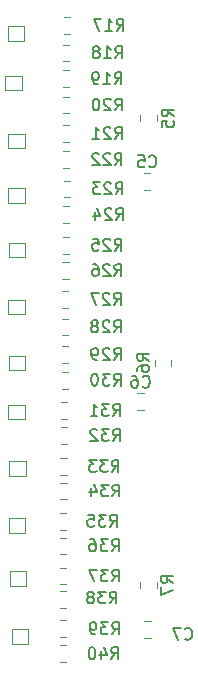
<source format=gbr>
G04 #@! TF.GenerationSoftware,KiCad,Pcbnew,(5.1.5)-3*
G04 #@! TF.CreationDate,2020-12-11T17:42:00+02:00*
G04 #@! TF.ProjectId,Led_matrica,4c65645f-6d61-4747-9269-63612e6b6963,rev?*
G04 #@! TF.SameCoordinates,Original*
G04 #@! TF.FileFunction,Legend,Bot*
G04 #@! TF.FilePolarity,Positive*
%FSLAX46Y46*%
G04 Gerber Fmt 4.6, Leading zero omitted, Abs format (unit mm)*
G04 Created by KiCad (PCBNEW (5.1.5)-3) date 2020-12-11 17:42:00*
%MOMM*%
%LPD*%
G04 APERTURE LIST*
%ADD10C,0.120000*%
%ADD11C,0.080000*%
%ADD12C,0.150000*%
G04 APERTURE END LIST*
D10*
X244158578Y-66010000D02*
X243641422Y-66010000D01*
X244158578Y-64590000D02*
X243641422Y-64590000D01*
X243890000Y-41558578D02*
X243890000Y-41041422D01*
X245310000Y-41558578D02*
X245310000Y-41041422D01*
X245090000Y-61741422D02*
X245090000Y-62258578D01*
X246510000Y-61741422D02*
X246510000Y-62258578D01*
X243840000Y-81058578D02*
X243840000Y-80541422D01*
X245260000Y-81058578D02*
X245260000Y-80541422D01*
X237411422Y-34140000D02*
X237928578Y-34140000D01*
X237411422Y-32720000D02*
X237928578Y-32720000D01*
X237361422Y-35060000D02*
X237878578Y-35060000D01*
X237361422Y-36480000D02*
X237878578Y-36480000D01*
X237311422Y-38670000D02*
X237828578Y-38670000D01*
X237311422Y-37250000D02*
X237828578Y-37250000D01*
X237341422Y-39470000D02*
X237858578Y-39470000D01*
X237341422Y-40890000D02*
X237858578Y-40890000D01*
X237331422Y-43310000D02*
X237848578Y-43310000D01*
X237331422Y-41890000D02*
X237848578Y-41890000D01*
X237311422Y-44110000D02*
X237828578Y-44110000D01*
X237311422Y-45530000D02*
X237828578Y-45530000D01*
X237381422Y-48000000D02*
X237898578Y-48000000D01*
X237381422Y-46580000D02*
X237898578Y-46580000D01*
X237351422Y-48760000D02*
X237868578Y-48760000D01*
X237351422Y-50180000D02*
X237868578Y-50180000D01*
X237301422Y-52760000D02*
X237818578Y-52760000D01*
X237301422Y-51340000D02*
X237818578Y-51340000D01*
X237291422Y-53500000D02*
X237808578Y-53500000D01*
X237291422Y-54920000D02*
X237808578Y-54920000D01*
X237231422Y-57340000D02*
X237748578Y-57340000D01*
X237231422Y-55920000D02*
X237748578Y-55920000D01*
X237231422Y-59680000D02*
X237748578Y-59680000D01*
X237231422Y-58260000D02*
X237748578Y-58260000D01*
X237248922Y-62020000D02*
X237766078Y-62020000D01*
X237248922Y-60600000D02*
X237766078Y-60600000D01*
X237231422Y-62770000D02*
X237748578Y-62770000D01*
X237231422Y-64190000D02*
X237748578Y-64190000D01*
X237171422Y-66760000D02*
X237688578Y-66760000D01*
X237171422Y-65340000D02*
X237688578Y-65340000D01*
X237151422Y-67470000D02*
X237668578Y-67470000D01*
X237151422Y-68890000D02*
X237668578Y-68890000D01*
X237121422Y-71490000D02*
X237638578Y-71490000D01*
X237121422Y-70070000D02*
X237638578Y-70070000D01*
X237121422Y-72150000D02*
X237638578Y-72150000D01*
X237121422Y-73570000D02*
X237638578Y-73570000D01*
X237061422Y-76130000D02*
X237578578Y-76130000D01*
X237061422Y-74710000D02*
X237578578Y-74710000D01*
X237061422Y-76800000D02*
X237578578Y-76800000D01*
X237061422Y-78220000D02*
X237578578Y-78220000D01*
X237081422Y-80770000D02*
X237598578Y-80770000D01*
X237081422Y-79350000D02*
X237598578Y-79350000D01*
X237051422Y-81370000D02*
X237568578Y-81370000D01*
X237051422Y-82790000D02*
X237568578Y-82790000D01*
X237081422Y-83820000D02*
X237598578Y-83820000D01*
X237081422Y-85240000D02*
X237598578Y-85240000D01*
X237061422Y-87350000D02*
X237578578Y-87350000D01*
X237061422Y-85930000D02*
X237578578Y-85930000D01*
X244708578Y-45940000D02*
X244191422Y-45940000D01*
X244708578Y-47360000D02*
X244191422Y-47360000D01*
X244746078Y-83890000D02*
X244228922Y-83890000D01*
X244746078Y-85310000D02*
X244228922Y-85310000D01*
D11*
X232650000Y-34720000D02*
X232650000Y-33520000D01*
X232650000Y-33520000D02*
X234050000Y-33520000D01*
X234050000Y-33520000D02*
X234050000Y-34720000D01*
X234050000Y-34720000D02*
X232650000Y-34720000D01*
X233840000Y-38940000D02*
X232440000Y-38940000D01*
X233840000Y-37740000D02*
X233840000Y-38940000D01*
X232440000Y-37740000D02*
X233840000Y-37740000D01*
X232440000Y-38940000D02*
X232440000Y-37740000D01*
X234120000Y-43860000D02*
X232720000Y-43860000D01*
X234120000Y-42660000D02*
X234120000Y-43860000D01*
X232720000Y-42660000D02*
X234120000Y-42660000D01*
X232720000Y-43860000D02*
X232720000Y-42660000D01*
X234080000Y-48440000D02*
X232680000Y-48440000D01*
X234080000Y-47240000D02*
X234080000Y-48440000D01*
X232680000Y-47240000D02*
X234080000Y-47240000D01*
X232680000Y-48440000D02*
X232680000Y-47240000D01*
X232740000Y-53070000D02*
X232740000Y-51870000D01*
X232740000Y-51870000D02*
X234140000Y-51870000D01*
X234140000Y-51870000D02*
X234140000Y-53070000D01*
X234140000Y-53070000D02*
X232740000Y-53070000D01*
X232690000Y-57870000D02*
X232690000Y-56670000D01*
X232690000Y-56670000D02*
X234090000Y-56670000D01*
X234090000Y-56670000D02*
X234090000Y-57870000D01*
X234090000Y-57870000D02*
X232690000Y-57870000D01*
X234130000Y-62590000D02*
X232730000Y-62590000D01*
X234130000Y-61390000D02*
X234130000Y-62590000D01*
X232730000Y-61390000D02*
X234130000Y-61390000D01*
X232730000Y-62590000D02*
X232730000Y-61390000D01*
X232700000Y-66770000D02*
X232700000Y-65570000D01*
X232700000Y-65570000D02*
X234100000Y-65570000D01*
X234100000Y-65570000D02*
X234100000Y-66770000D01*
X234100000Y-66770000D02*
X232700000Y-66770000D01*
X234180000Y-71550000D02*
X232780000Y-71550000D01*
X234180000Y-70350000D02*
X234180000Y-71550000D01*
X232780000Y-70350000D02*
X234180000Y-70350000D01*
X232780000Y-71550000D02*
X232780000Y-70350000D01*
X232750000Y-76390000D02*
X232750000Y-75190000D01*
X232750000Y-75190000D02*
X234150000Y-75190000D01*
X234150000Y-75190000D02*
X234150000Y-76390000D01*
X234150000Y-76390000D02*
X232750000Y-76390000D01*
X234230000Y-80870000D02*
X232830000Y-80870000D01*
X234230000Y-79670000D02*
X234230000Y-80870000D01*
X232830000Y-79670000D02*
X234230000Y-79670000D01*
X232830000Y-80870000D02*
X232830000Y-79670000D01*
X232990000Y-85780000D02*
X232990000Y-84580000D01*
X232990000Y-84580000D02*
X234390000Y-84580000D01*
X234390000Y-84580000D02*
X234390000Y-85780000D01*
X234390000Y-85780000D02*
X232990000Y-85780000D01*
D12*
X244066666Y-64007142D02*
X244114285Y-64054761D01*
X244257142Y-64102380D01*
X244352380Y-64102380D01*
X244495238Y-64054761D01*
X244590476Y-63959523D01*
X244638095Y-63864285D01*
X244685714Y-63673809D01*
X244685714Y-63530952D01*
X244638095Y-63340476D01*
X244590476Y-63245238D01*
X244495238Y-63150000D01*
X244352380Y-63102380D01*
X244257142Y-63102380D01*
X244114285Y-63150000D01*
X244066666Y-63197619D01*
X243209523Y-63102380D02*
X243400000Y-63102380D01*
X243495238Y-63150000D01*
X243542857Y-63197619D01*
X243638095Y-63340476D01*
X243685714Y-63530952D01*
X243685714Y-63911904D01*
X243638095Y-64007142D01*
X243590476Y-64054761D01*
X243495238Y-64102380D01*
X243304761Y-64102380D01*
X243209523Y-64054761D01*
X243161904Y-64007142D01*
X243114285Y-63911904D01*
X243114285Y-63673809D01*
X243161904Y-63578571D01*
X243209523Y-63530952D01*
X243304761Y-63483333D01*
X243495238Y-63483333D01*
X243590476Y-63530952D01*
X243638095Y-63578571D01*
X243685714Y-63673809D01*
X246702380Y-41133333D02*
X246226190Y-40800000D01*
X246702380Y-40561904D02*
X245702380Y-40561904D01*
X245702380Y-40942857D01*
X245750000Y-41038095D01*
X245797619Y-41085714D01*
X245892857Y-41133333D01*
X246035714Y-41133333D01*
X246130952Y-41085714D01*
X246178571Y-41038095D01*
X246226190Y-40942857D01*
X246226190Y-40561904D01*
X245702380Y-42038095D02*
X245702380Y-41561904D01*
X246178571Y-41514285D01*
X246130952Y-41561904D01*
X246083333Y-41657142D01*
X246083333Y-41895238D01*
X246130952Y-41990476D01*
X246178571Y-42038095D01*
X246273809Y-42085714D01*
X246511904Y-42085714D01*
X246607142Y-42038095D01*
X246654761Y-41990476D01*
X246702380Y-41895238D01*
X246702380Y-41657142D01*
X246654761Y-41561904D01*
X246607142Y-41514285D01*
X244602380Y-61833333D02*
X244126190Y-61500000D01*
X244602380Y-61261904D02*
X243602380Y-61261904D01*
X243602380Y-61642857D01*
X243650000Y-61738095D01*
X243697619Y-61785714D01*
X243792857Y-61833333D01*
X243935714Y-61833333D01*
X244030952Y-61785714D01*
X244078571Y-61738095D01*
X244126190Y-61642857D01*
X244126190Y-61261904D01*
X243602380Y-62690476D02*
X243602380Y-62500000D01*
X243650000Y-62404761D01*
X243697619Y-62357142D01*
X243840476Y-62261904D01*
X244030952Y-62214285D01*
X244411904Y-62214285D01*
X244507142Y-62261904D01*
X244554761Y-62309523D01*
X244602380Y-62404761D01*
X244602380Y-62595238D01*
X244554761Y-62690476D01*
X244507142Y-62738095D01*
X244411904Y-62785714D01*
X244173809Y-62785714D01*
X244078571Y-62738095D01*
X244030952Y-62690476D01*
X243983333Y-62595238D01*
X243983333Y-62404761D01*
X244030952Y-62309523D01*
X244078571Y-62261904D01*
X244173809Y-62214285D01*
X246652380Y-80633333D02*
X246176190Y-80300000D01*
X246652380Y-80061904D02*
X245652380Y-80061904D01*
X245652380Y-80442857D01*
X245700000Y-80538095D01*
X245747619Y-80585714D01*
X245842857Y-80633333D01*
X245985714Y-80633333D01*
X246080952Y-80585714D01*
X246128571Y-80538095D01*
X246176190Y-80442857D01*
X246176190Y-80061904D01*
X245652380Y-80966666D02*
X245652380Y-81633333D01*
X246652380Y-81204761D01*
X241875357Y-33882380D02*
X242208690Y-33406190D01*
X242446785Y-33882380D02*
X242446785Y-32882380D01*
X242065833Y-32882380D01*
X241970595Y-32930000D01*
X241922976Y-32977619D01*
X241875357Y-33072857D01*
X241875357Y-33215714D01*
X241922976Y-33310952D01*
X241970595Y-33358571D01*
X242065833Y-33406190D01*
X242446785Y-33406190D01*
X240922976Y-33882380D02*
X241494404Y-33882380D01*
X241208690Y-33882380D02*
X241208690Y-32882380D01*
X241303928Y-33025238D01*
X241399166Y-33120476D01*
X241494404Y-33168095D01*
X240589642Y-32882380D02*
X239922976Y-32882380D01*
X240351547Y-33882380D01*
X241762857Y-36222380D02*
X242096190Y-35746190D01*
X242334285Y-36222380D02*
X242334285Y-35222380D01*
X241953333Y-35222380D01*
X241858095Y-35270000D01*
X241810476Y-35317619D01*
X241762857Y-35412857D01*
X241762857Y-35555714D01*
X241810476Y-35650952D01*
X241858095Y-35698571D01*
X241953333Y-35746190D01*
X242334285Y-35746190D01*
X240810476Y-36222380D02*
X241381904Y-36222380D01*
X241096190Y-36222380D02*
X241096190Y-35222380D01*
X241191428Y-35365238D01*
X241286666Y-35460476D01*
X241381904Y-35508095D01*
X240239047Y-35650952D02*
X240334285Y-35603333D01*
X240381904Y-35555714D01*
X240429523Y-35460476D01*
X240429523Y-35412857D01*
X240381904Y-35317619D01*
X240334285Y-35270000D01*
X240239047Y-35222380D01*
X240048571Y-35222380D01*
X239953333Y-35270000D01*
X239905714Y-35317619D01*
X239858095Y-35412857D01*
X239858095Y-35460476D01*
X239905714Y-35555714D01*
X239953333Y-35603333D01*
X240048571Y-35650952D01*
X240239047Y-35650952D01*
X240334285Y-35698571D01*
X240381904Y-35746190D01*
X240429523Y-35841428D01*
X240429523Y-36031904D01*
X240381904Y-36127142D01*
X240334285Y-36174761D01*
X240239047Y-36222380D01*
X240048571Y-36222380D01*
X239953333Y-36174761D01*
X239905714Y-36127142D01*
X239858095Y-36031904D01*
X239858095Y-35841428D01*
X239905714Y-35746190D01*
X239953333Y-35698571D01*
X240048571Y-35650952D01*
X241712857Y-38412380D02*
X242046190Y-37936190D01*
X242284285Y-38412380D02*
X242284285Y-37412380D01*
X241903333Y-37412380D01*
X241808095Y-37460000D01*
X241760476Y-37507619D01*
X241712857Y-37602857D01*
X241712857Y-37745714D01*
X241760476Y-37840952D01*
X241808095Y-37888571D01*
X241903333Y-37936190D01*
X242284285Y-37936190D01*
X240760476Y-38412380D02*
X241331904Y-38412380D01*
X241046190Y-38412380D02*
X241046190Y-37412380D01*
X241141428Y-37555238D01*
X241236666Y-37650476D01*
X241331904Y-37698095D01*
X240284285Y-38412380D02*
X240093809Y-38412380D01*
X239998571Y-38364761D01*
X239950952Y-38317142D01*
X239855714Y-38174285D01*
X239808095Y-37983809D01*
X239808095Y-37602857D01*
X239855714Y-37507619D01*
X239903333Y-37460000D01*
X239998571Y-37412380D01*
X240189047Y-37412380D01*
X240284285Y-37460000D01*
X240331904Y-37507619D01*
X240379523Y-37602857D01*
X240379523Y-37840952D01*
X240331904Y-37936190D01*
X240284285Y-37983809D01*
X240189047Y-38031428D01*
X239998571Y-38031428D01*
X239903333Y-37983809D01*
X239855714Y-37936190D01*
X239808095Y-37840952D01*
X241742857Y-40632380D02*
X242076190Y-40156190D01*
X242314285Y-40632380D02*
X242314285Y-39632380D01*
X241933333Y-39632380D01*
X241838095Y-39680000D01*
X241790476Y-39727619D01*
X241742857Y-39822857D01*
X241742857Y-39965714D01*
X241790476Y-40060952D01*
X241838095Y-40108571D01*
X241933333Y-40156190D01*
X242314285Y-40156190D01*
X241361904Y-39727619D02*
X241314285Y-39680000D01*
X241219047Y-39632380D01*
X240980952Y-39632380D01*
X240885714Y-39680000D01*
X240838095Y-39727619D01*
X240790476Y-39822857D01*
X240790476Y-39918095D01*
X240838095Y-40060952D01*
X241409523Y-40632380D01*
X240790476Y-40632380D01*
X240171428Y-39632380D02*
X240076190Y-39632380D01*
X239980952Y-39680000D01*
X239933333Y-39727619D01*
X239885714Y-39822857D01*
X239838095Y-40013333D01*
X239838095Y-40251428D01*
X239885714Y-40441904D01*
X239933333Y-40537142D01*
X239980952Y-40584761D01*
X240076190Y-40632380D01*
X240171428Y-40632380D01*
X240266666Y-40584761D01*
X240314285Y-40537142D01*
X240361904Y-40441904D01*
X240409523Y-40251428D01*
X240409523Y-40013333D01*
X240361904Y-39822857D01*
X240314285Y-39727619D01*
X240266666Y-39680000D01*
X240171428Y-39632380D01*
X241732857Y-43052380D02*
X242066190Y-42576190D01*
X242304285Y-43052380D02*
X242304285Y-42052380D01*
X241923333Y-42052380D01*
X241828095Y-42100000D01*
X241780476Y-42147619D01*
X241732857Y-42242857D01*
X241732857Y-42385714D01*
X241780476Y-42480952D01*
X241828095Y-42528571D01*
X241923333Y-42576190D01*
X242304285Y-42576190D01*
X241351904Y-42147619D02*
X241304285Y-42100000D01*
X241209047Y-42052380D01*
X240970952Y-42052380D01*
X240875714Y-42100000D01*
X240828095Y-42147619D01*
X240780476Y-42242857D01*
X240780476Y-42338095D01*
X240828095Y-42480952D01*
X241399523Y-43052380D01*
X240780476Y-43052380D01*
X239828095Y-43052380D02*
X240399523Y-43052380D01*
X240113809Y-43052380D02*
X240113809Y-42052380D01*
X240209047Y-42195238D01*
X240304285Y-42290476D01*
X240399523Y-42338095D01*
X241712857Y-45272380D02*
X242046190Y-44796190D01*
X242284285Y-45272380D02*
X242284285Y-44272380D01*
X241903333Y-44272380D01*
X241808095Y-44320000D01*
X241760476Y-44367619D01*
X241712857Y-44462857D01*
X241712857Y-44605714D01*
X241760476Y-44700952D01*
X241808095Y-44748571D01*
X241903333Y-44796190D01*
X242284285Y-44796190D01*
X241331904Y-44367619D02*
X241284285Y-44320000D01*
X241189047Y-44272380D01*
X240950952Y-44272380D01*
X240855714Y-44320000D01*
X240808095Y-44367619D01*
X240760476Y-44462857D01*
X240760476Y-44558095D01*
X240808095Y-44700952D01*
X241379523Y-45272380D01*
X240760476Y-45272380D01*
X240379523Y-44367619D02*
X240331904Y-44320000D01*
X240236666Y-44272380D01*
X239998571Y-44272380D01*
X239903333Y-44320000D01*
X239855714Y-44367619D01*
X239808095Y-44462857D01*
X239808095Y-44558095D01*
X239855714Y-44700952D01*
X240427142Y-45272380D01*
X239808095Y-45272380D01*
X241782857Y-47742380D02*
X242116190Y-47266190D01*
X242354285Y-47742380D02*
X242354285Y-46742380D01*
X241973333Y-46742380D01*
X241878095Y-46790000D01*
X241830476Y-46837619D01*
X241782857Y-46932857D01*
X241782857Y-47075714D01*
X241830476Y-47170952D01*
X241878095Y-47218571D01*
X241973333Y-47266190D01*
X242354285Y-47266190D01*
X241401904Y-46837619D02*
X241354285Y-46790000D01*
X241259047Y-46742380D01*
X241020952Y-46742380D01*
X240925714Y-46790000D01*
X240878095Y-46837619D01*
X240830476Y-46932857D01*
X240830476Y-47028095D01*
X240878095Y-47170952D01*
X241449523Y-47742380D01*
X240830476Y-47742380D01*
X240497142Y-46742380D02*
X239878095Y-46742380D01*
X240211428Y-47123333D01*
X240068571Y-47123333D01*
X239973333Y-47170952D01*
X239925714Y-47218571D01*
X239878095Y-47313809D01*
X239878095Y-47551904D01*
X239925714Y-47647142D01*
X239973333Y-47694761D01*
X240068571Y-47742380D01*
X240354285Y-47742380D01*
X240449523Y-47694761D01*
X240497142Y-47647142D01*
X241815357Y-49922380D02*
X242148690Y-49446190D01*
X242386785Y-49922380D02*
X242386785Y-48922380D01*
X242005833Y-48922380D01*
X241910595Y-48970000D01*
X241862976Y-49017619D01*
X241815357Y-49112857D01*
X241815357Y-49255714D01*
X241862976Y-49350952D01*
X241910595Y-49398571D01*
X242005833Y-49446190D01*
X242386785Y-49446190D01*
X241434404Y-49017619D02*
X241386785Y-48970000D01*
X241291547Y-48922380D01*
X241053452Y-48922380D01*
X240958214Y-48970000D01*
X240910595Y-49017619D01*
X240862976Y-49112857D01*
X240862976Y-49208095D01*
X240910595Y-49350952D01*
X241482023Y-49922380D01*
X240862976Y-49922380D01*
X240005833Y-49255714D02*
X240005833Y-49922380D01*
X240243928Y-48874761D02*
X240482023Y-49589047D01*
X239862976Y-49589047D01*
X241702857Y-52502380D02*
X242036190Y-52026190D01*
X242274285Y-52502380D02*
X242274285Y-51502380D01*
X241893333Y-51502380D01*
X241798095Y-51550000D01*
X241750476Y-51597619D01*
X241702857Y-51692857D01*
X241702857Y-51835714D01*
X241750476Y-51930952D01*
X241798095Y-51978571D01*
X241893333Y-52026190D01*
X242274285Y-52026190D01*
X241321904Y-51597619D02*
X241274285Y-51550000D01*
X241179047Y-51502380D01*
X240940952Y-51502380D01*
X240845714Y-51550000D01*
X240798095Y-51597619D01*
X240750476Y-51692857D01*
X240750476Y-51788095D01*
X240798095Y-51930952D01*
X241369523Y-52502380D01*
X240750476Y-52502380D01*
X239845714Y-51502380D02*
X240321904Y-51502380D01*
X240369523Y-51978571D01*
X240321904Y-51930952D01*
X240226666Y-51883333D01*
X239988571Y-51883333D01*
X239893333Y-51930952D01*
X239845714Y-51978571D01*
X239798095Y-52073809D01*
X239798095Y-52311904D01*
X239845714Y-52407142D01*
X239893333Y-52454761D01*
X239988571Y-52502380D01*
X240226666Y-52502380D01*
X240321904Y-52454761D01*
X240369523Y-52407142D01*
X241692857Y-54662380D02*
X242026190Y-54186190D01*
X242264285Y-54662380D02*
X242264285Y-53662380D01*
X241883333Y-53662380D01*
X241788095Y-53710000D01*
X241740476Y-53757619D01*
X241692857Y-53852857D01*
X241692857Y-53995714D01*
X241740476Y-54090952D01*
X241788095Y-54138571D01*
X241883333Y-54186190D01*
X242264285Y-54186190D01*
X241311904Y-53757619D02*
X241264285Y-53710000D01*
X241169047Y-53662380D01*
X240930952Y-53662380D01*
X240835714Y-53710000D01*
X240788095Y-53757619D01*
X240740476Y-53852857D01*
X240740476Y-53948095D01*
X240788095Y-54090952D01*
X241359523Y-54662380D01*
X240740476Y-54662380D01*
X239883333Y-53662380D02*
X240073809Y-53662380D01*
X240169047Y-53710000D01*
X240216666Y-53757619D01*
X240311904Y-53900476D01*
X240359523Y-54090952D01*
X240359523Y-54471904D01*
X240311904Y-54567142D01*
X240264285Y-54614761D01*
X240169047Y-54662380D01*
X239978571Y-54662380D01*
X239883333Y-54614761D01*
X239835714Y-54567142D01*
X239788095Y-54471904D01*
X239788095Y-54233809D01*
X239835714Y-54138571D01*
X239883333Y-54090952D01*
X239978571Y-54043333D01*
X240169047Y-54043333D01*
X240264285Y-54090952D01*
X240311904Y-54138571D01*
X240359523Y-54233809D01*
X241632857Y-57082380D02*
X241966190Y-56606190D01*
X242204285Y-57082380D02*
X242204285Y-56082380D01*
X241823333Y-56082380D01*
X241728095Y-56130000D01*
X241680476Y-56177619D01*
X241632857Y-56272857D01*
X241632857Y-56415714D01*
X241680476Y-56510952D01*
X241728095Y-56558571D01*
X241823333Y-56606190D01*
X242204285Y-56606190D01*
X241251904Y-56177619D02*
X241204285Y-56130000D01*
X241109047Y-56082380D01*
X240870952Y-56082380D01*
X240775714Y-56130000D01*
X240728095Y-56177619D01*
X240680476Y-56272857D01*
X240680476Y-56368095D01*
X240728095Y-56510952D01*
X241299523Y-57082380D01*
X240680476Y-57082380D01*
X240347142Y-56082380D02*
X239680476Y-56082380D01*
X240109047Y-57082380D01*
X241632857Y-59422380D02*
X241966190Y-58946190D01*
X242204285Y-59422380D02*
X242204285Y-58422380D01*
X241823333Y-58422380D01*
X241728095Y-58470000D01*
X241680476Y-58517619D01*
X241632857Y-58612857D01*
X241632857Y-58755714D01*
X241680476Y-58850952D01*
X241728095Y-58898571D01*
X241823333Y-58946190D01*
X242204285Y-58946190D01*
X241251904Y-58517619D02*
X241204285Y-58470000D01*
X241109047Y-58422380D01*
X240870952Y-58422380D01*
X240775714Y-58470000D01*
X240728095Y-58517619D01*
X240680476Y-58612857D01*
X240680476Y-58708095D01*
X240728095Y-58850952D01*
X241299523Y-59422380D01*
X240680476Y-59422380D01*
X240109047Y-58850952D02*
X240204285Y-58803333D01*
X240251904Y-58755714D01*
X240299523Y-58660476D01*
X240299523Y-58612857D01*
X240251904Y-58517619D01*
X240204285Y-58470000D01*
X240109047Y-58422380D01*
X239918571Y-58422380D01*
X239823333Y-58470000D01*
X239775714Y-58517619D01*
X239728095Y-58612857D01*
X239728095Y-58660476D01*
X239775714Y-58755714D01*
X239823333Y-58803333D01*
X239918571Y-58850952D01*
X240109047Y-58850952D01*
X240204285Y-58898571D01*
X240251904Y-58946190D01*
X240299523Y-59041428D01*
X240299523Y-59231904D01*
X240251904Y-59327142D01*
X240204285Y-59374761D01*
X240109047Y-59422380D01*
X239918571Y-59422380D01*
X239823333Y-59374761D01*
X239775714Y-59327142D01*
X239728095Y-59231904D01*
X239728095Y-59041428D01*
X239775714Y-58946190D01*
X239823333Y-58898571D01*
X239918571Y-58850952D01*
X241650357Y-61762380D02*
X241983690Y-61286190D01*
X242221785Y-61762380D02*
X242221785Y-60762380D01*
X241840833Y-60762380D01*
X241745595Y-60810000D01*
X241697976Y-60857619D01*
X241650357Y-60952857D01*
X241650357Y-61095714D01*
X241697976Y-61190952D01*
X241745595Y-61238571D01*
X241840833Y-61286190D01*
X242221785Y-61286190D01*
X241269404Y-60857619D02*
X241221785Y-60810000D01*
X241126547Y-60762380D01*
X240888452Y-60762380D01*
X240793214Y-60810000D01*
X240745595Y-60857619D01*
X240697976Y-60952857D01*
X240697976Y-61048095D01*
X240745595Y-61190952D01*
X241317023Y-61762380D01*
X240697976Y-61762380D01*
X240221785Y-61762380D02*
X240031309Y-61762380D01*
X239936071Y-61714761D01*
X239888452Y-61667142D01*
X239793214Y-61524285D01*
X239745595Y-61333809D01*
X239745595Y-60952857D01*
X239793214Y-60857619D01*
X239840833Y-60810000D01*
X239936071Y-60762380D01*
X240126547Y-60762380D01*
X240221785Y-60810000D01*
X240269404Y-60857619D01*
X240317023Y-60952857D01*
X240317023Y-61190952D01*
X240269404Y-61286190D01*
X240221785Y-61333809D01*
X240126547Y-61381428D01*
X239936071Y-61381428D01*
X239840833Y-61333809D01*
X239793214Y-61286190D01*
X239745595Y-61190952D01*
X241632857Y-63932380D02*
X241966190Y-63456190D01*
X242204285Y-63932380D02*
X242204285Y-62932380D01*
X241823333Y-62932380D01*
X241728095Y-62980000D01*
X241680476Y-63027619D01*
X241632857Y-63122857D01*
X241632857Y-63265714D01*
X241680476Y-63360952D01*
X241728095Y-63408571D01*
X241823333Y-63456190D01*
X242204285Y-63456190D01*
X241299523Y-62932380D02*
X240680476Y-62932380D01*
X241013809Y-63313333D01*
X240870952Y-63313333D01*
X240775714Y-63360952D01*
X240728095Y-63408571D01*
X240680476Y-63503809D01*
X240680476Y-63741904D01*
X240728095Y-63837142D01*
X240775714Y-63884761D01*
X240870952Y-63932380D01*
X241156666Y-63932380D01*
X241251904Y-63884761D01*
X241299523Y-63837142D01*
X240061428Y-62932380D02*
X239966190Y-62932380D01*
X239870952Y-62980000D01*
X239823333Y-63027619D01*
X239775714Y-63122857D01*
X239728095Y-63313333D01*
X239728095Y-63551428D01*
X239775714Y-63741904D01*
X239823333Y-63837142D01*
X239870952Y-63884761D01*
X239966190Y-63932380D01*
X240061428Y-63932380D01*
X240156666Y-63884761D01*
X240204285Y-63837142D01*
X240251904Y-63741904D01*
X240299523Y-63551428D01*
X240299523Y-63313333D01*
X240251904Y-63122857D01*
X240204285Y-63027619D01*
X240156666Y-62980000D01*
X240061428Y-62932380D01*
X241572857Y-66502380D02*
X241906190Y-66026190D01*
X242144285Y-66502380D02*
X242144285Y-65502380D01*
X241763333Y-65502380D01*
X241668095Y-65550000D01*
X241620476Y-65597619D01*
X241572857Y-65692857D01*
X241572857Y-65835714D01*
X241620476Y-65930952D01*
X241668095Y-65978571D01*
X241763333Y-66026190D01*
X242144285Y-66026190D01*
X241239523Y-65502380D02*
X240620476Y-65502380D01*
X240953809Y-65883333D01*
X240810952Y-65883333D01*
X240715714Y-65930952D01*
X240668095Y-65978571D01*
X240620476Y-66073809D01*
X240620476Y-66311904D01*
X240668095Y-66407142D01*
X240715714Y-66454761D01*
X240810952Y-66502380D01*
X241096666Y-66502380D01*
X241191904Y-66454761D01*
X241239523Y-66407142D01*
X239668095Y-66502380D02*
X240239523Y-66502380D01*
X239953809Y-66502380D02*
X239953809Y-65502380D01*
X240049047Y-65645238D01*
X240144285Y-65740476D01*
X240239523Y-65788095D01*
X241552857Y-68632380D02*
X241886190Y-68156190D01*
X242124285Y-68632380D02*
X242124285Y-67632380D01*
X241743333Y-67632380D01*
X241648095Y-67680000D01*
X241600476Y-67727619D01*
X241552857Y-67822857D01*
X241552857Y-67965714D01*
X241600476Y-68060952D01*
X241648095Y-68108571D01*
X241743333Y-68156190D01*
X242124285Y-68156190D01*
X241219523Y-67632380D02*
X240600476Y-67632380D01*
X240933809Y-68013333D01*
X240790952Y-68013333D01*
X240695714Y-68060952D01*
X240648095Y-68108571D01*
X240600476Y-68203809D01*
X240600476Y-68441904D01*
X240648095Y-68537142D01*
X240695714Y-68584761D01*
X240790952Y-68632380D01*
X241076666Y-68632380D01*
X241171904Y-68584761D01*
X241219523Y-68537142D01*
X240219523Y-67727619D02*
X240171904Y-67680000D01*
X240076666Y-67632380D01*
X239838571Y-67632380D01*
X239743333Y-67680000D01*
X239695714Y-67727619D01*
X239648095Y-67822857D01*
X239648095Y-67918095D01*
X239695714Y-68060952D01*
X240267142Y-68632380D01*
X239648095Y-68632380D01*
X241460357Y-71232380D02*
X241793690Y-70756190D01*
X242031785Y-71232380D02*
X242031785Y-70232380D01*
X241650833Y-70232380D01*
X241555595Y-70280000D01*
X241507976Y-70327619D01*
X241460357Y-70422857D01*
X241460357Y-70565714D01*
X241507976Y-70660952D01*
X241555595Y-70708571D01*
X241650833Y-70756190D01*
X242031785Y-70756190D01*
X241127023Y-70232380D02*
X240507976Y-70232380D01*
X240841309Y-70613333D01*
X240698452Y-70613333D01*
X240603214Y-70660952D01*
X240555595Y-70708571D01*
X240507976Y-70803809D01*
X240507976Y-71041904D01*
X240555595Y-71137142D01*
X240603214Y-71184761D01*
X240698452Y-71232380D01*
X240984166Y-71232380D01*
X241079404Y-71184761D01*
X241127023Y-71137142D01*
X240174642Y-70232380D02*
X239555595Y-70232380D01*
X239888928Y-70613333D01*
X239746071Y-70613333D01*
X239650833Y-70660952D01*
X239603214Y-70708571D01*
X239555595Y-70803809D01*
X239555595Y-71041904D01*
X239603214Y-71137142D01*
X239650833Y-71184761D01*
X239746071Y-71232380D01*
X240031785Y-71232380D01*
X240127023Y-71184761D01*
X240174642Y-71137142D01*
X241522857Y-73312380D02*
X241856190Y-72836190D01*
X242094285Y-73312380D02*
X242094285Y-72312380D01*
X241713333Y-72312380D01*
X241618095Y-72360000D01*
X241570476Y-72407619D01*
X241522857Y-72502857D01*
X241522857Y-72645714D01*
X241570476Y-72740952D01*
X241618095Y-72788571D01*
X241713333Y-72836190D01*
X242094285Y-72836190D01*
X241189523Y-72312380D02*
X240570476Y-72312380D01*
X240903809Y-72693333D01*
X240760952Y-72693333D01*
X240665714Y-72740952D01*
X240618095Y-72788571D01*
X240570476Y-72883809D01*
X240570476Y-73121904D01*
X240618095Y-73217142D01*
X240665714Y-73264761D01*
X240760952Y-73312380D01*
X241046666Y-73312380D01*
X241141904Y-73264761D01*
X241189523Y-73217142D01*
X239713333Y-72645714D02*
X239713333Y-73312380D01*
X239951428Y-72264761D02*
X240189523Y-72979047D01*
X239570476Y-72979047D01*
X241297856Y-75872380D02*
X241631189Y-75396190D01*
X241869284Y-75872380D02*
X241869284Y-74872380D01*
X241488332Y-74872380D01*
X241393094Y-74920000D01*
X241345475Y-74967619D01*
X241297856Y-75062857D01*
X241297856Y-75205714D01*
X241345475Y-75300952D01*
X241393094Y-75348571D01*
X241488332Y-75396190D01*
X241869284Y-75396190D01*
X240964522Y-74872380D02*
X240345475Y-74872380D01*
X240678808Y-75253333D01*
X240535951Y-75253333D01*
X240440713Y-75300952D01*
X240393094Y-75348571D01*
X240345475Y-75443809D01*
X240345475Y-75681904D01*
X240393094Y-75777142D01*
X240440713Y-75824761D01*
X240535951Y-75872380D01*
X240821665Y-75872380D01*
X240916903Y-75824761D01*
X240964522Y-75777142D01*
X239440713Y-74872380D02*
X239916903Y-74872380D01*
X239964522Y-75348571D01*
X239916903Y-75300952D01*
X239821665Y-75253333D01*
X239583570Y-75253333D01*
X239488332Y-75300952D01*
X239440713Y-75348571D01*
X239393094Y-75443809D01*
X239393094Y-75681904D01*
X239440713Y-75777142D01*
X239488332Y-75824761D01*
X239583570Y-75872380D01*
X239821665Y-75872380D01*
X239916903Y-75824761D01*
X239964522Y-75777142D01*
X241462857Y-77962380D02*
X241796190Y-77486190D01*
X242034285Y-77962380D02*
X242034285Y-76962380D01*
X241653333Y-76962380D01*
X241558095Y-77010000D01*
X241510476Y-77057619D01*
X241462857Y-77152857D01*
X241462857Y-77295714D01*
X241510476Y-77390952D01*
X241558095Y-77438571D01*
X241653333Y-77486190D01*
X242034285Y-77486190D01*
X241129523Y-76962380D02*
X240510476Y-76962380D01*
X240843809Y-77343333D01*
X240700952Y-77343333D01*
X240605714Y-77390952D01*
X240558095Y-77438571D01*
X240510476Y-77533809D01*
X240510476Y-77771904D01*
X240558095Y-77867142D01*
X240605714Y-77914761D01*
X240700952Y-77962380D01*
X240986666Y-77962380D01*
X241081904Y-77914761D01*
X241129523Y-77867142D01*
X239653333Y-76962380D02*
X239843809Y-76962380D01*
X239939047Y-77010000D01*
X239986666Y-77057619D01*
X240081904Y-77200476D01*
X240129523Y-77390952D01*
X240129523Y-77771904D01*
X240081904Y-77867142D01*
X240034285Y-77914761D01*
X239939047Y-77962380D01*
X239748571Y-77962380D01*
X239653333Y-77914761D01*
X239605714Y-77867142D01*
X239558095Y-77771904D01*
X239558095Y-77533809D01*
X239605714Y-77438571D01*
X239653333Y-77390952D01*
X239748571Y-77343333D01*
X239939047Y-77343333D01*
X240034285Y-77390952D01*
X240081904Y-77438571D01*
X240129523Y-77533809D01*
X241482857Y-80512380D02*
X241816190Y-80036190D01*
X242054285Y-80512380D02*
X242054285Y-79512380D01*
X241673333Y-79512380D01*
X241578095Y-79560000D01*
X241530476Y-79607619D01*
X241482857Y-79702857D01*
X241482857Y-79845714D01*
X241530476Y-79940952D01*
X241578095Y-79988571D01*
X241673333Y-80036190D01*
X242054285Y-80036190D01*
X241149523Y-79512380D02*
X240530476Y-79512380D01*
X240863809Y-79893333D01*
X240720952Y-79893333D01*
X240625714Y-79940952D01*
X240578095Y-79988571D01*
X240530476Y-80083809D01*
X240530476Y-80321904D01*
X240578095Y-80417142D01*
X240625714Y-80464761D01*
X240720952Y-80512380D01*
X241006666Y-80512380D01*
X241101904Y-80464761D01*
X241149523Y-80417142D01*
X240197142Y-79512380D02*
X239530476Y-79512380D01*
X239959047Y-80512380D01*
X241287856Y-82377381D02*
X241621189Y-81901191D01*
X241859284Y-82377381D02*
X241859284Y-81377381D01*
X241478332Y-81377381D01*
X241383094Y-81425001D01*
X241335475Y-81472620D01*
X241287856Y-81567858D01*
X241287856Y-81710715D01*
X241335475Y-81805953D01*
X241383094Y-81853572D01*
X241478332Y-81901191D01*
X241859284Y-81901191D01*
X240954522Y-81377381D02*
X240335475Y-81377381D01*
X240668808Y-81758334D01*
X240525951Y-81758334D01*
X240430713Y-81805953D01*
X240383094Y-81853572D01*
X240335475Y-81948810D01*
X240335475Y-82186905D01*
X240383094Y-82282143D01*
X240430713Y-82329762D01*
X240525951Y-82377381D01*
X240811665Y-82377381D01*
X240906903Y-82329762D01*
X240954522Y-82282143D01*
X239764046Y-81805953D02*
X239859284Y-81758334D01*
X239906903Y-81710715D01*
X239954522Y-81615477D01*
X239954522Y-81567858D01*
X239906903Y-81472620D01*
X239859284Y-81425001D01*
X239764046Y-81377381D01*
X239573570Y-81377381D01*
X239478332Y-81425001D01*
X239430713Y-81472620D01*
X239383094Y-81567858D01*
X239383094Y-81615477D01*
X239430713Y-81710715D01*
X239478332Y-81758334D01*
X239573570Y-81805953D01*
X239764046Y-81805953D01*
X239859284Y-81853572D01*
X239906903Y-81901191D01*
X239954522Y-81996429D01*
X239954522Y-82186905D01*
X239906903Y-82282143D01*
X239859284Y-82329762D01*
X239764046Y-82377381D01*
X239573570Y-82377381D01*
X239478332Y-82329762D01*
X239430713Y-82282143D01*
X239383094Y-82186905D01*
X239383094Y-81996429D01*
X239430713Y-81901191D01*
X239478332Y-81853572D01*
X239573570Y-81805953D01*
X241482857Y-84982380D02*
X241816190Y-84506190D01*
X242054285Y-84982380D02*
X242054285Y-83982380D01*
X241673333Y-83982380D01*
X241578095Y-84030000D01*
X241530476Y-84077619D01*
X241482857Y-84172857D01*
X241482857Y-84315714D01*
X241530476Y-84410952D01*
X241578095Y-84458571D01*
X241673333Y-84506190D01*
X242054285Y-84506190D01*
X241149523Y-83982380D02*
X240530476Y-83982380D01*
X240863809Y-84363333D01*
X240720952Y-84363333D01*
X240625714Y-84410952D01*
X240578095Y-84458571D01*
X240530476Y-84553809D01*
X240530476Y-84791904D01*
X240578095Y-84887142D01*
X240625714Y-84934761D01*
X240720952Y-84982380D01*
X241006666Y-84982380D01*
X241101904Y-84934761D01*
X241149523Y-84887142D01*
X240054285Y-84982380D02*
X239863809Y-84982380D01*
X239768571Y-84934761D01*
X239720952Y-84887142D01*
X239625714Y-84744285D01*
X239578095Y-84553809D01*
X239578095Y-84172857D01*
X239625714Y-84077619D01*
X239673333Y-84030000D01*
X239768571Y-83982380D01*
X239959047Y-83982380D01*
X240054285Y-84030000D01*
X240101904Y-84077619D01*
X240149523Y-84172857D01*
X240149523Y-84410952D01*
X240101904Y-84506190D01*
X240054285Y-84553809D01*
X239959047Y-84601428D01*
X239768571Y-84601428D01*
X239673333Y-84553809D01*
X239625714Y-84506190D01*
X239578095Y-84410952D01*
X241400357Y-87092380D02*
X241733690Y-86616190D01*
X241971785Y-87092380D02*
X241971785Y-86092380D01*
X241590833Y-86092380D01*
X241495595Y-86140000D01*
X241447976Y-86187619D01*
X241400357Y-86282857D01*
X241400357Y-86425714D01*
X241447976Y-86520952D01*
X241495595Y-86568571D01*
X241590833Y-86616190D01*
X241971785Y-86616190D01*
X240543214Y-86425714D02*
X240543214Y-87092380D01*
X240781309Y-86044761D02*
X241019404Y-86759047D01*
X240400357Y-86759047D01*
X239828928Y-86092380D02*
X239733690Y-86092380D01*
X239638452Y-86140000D01*
X239590833Y-86187619D01*
X239543214Y-86282857D01*
X239495595Y-86473333D01*
X239495595Y-86711428D01*
X239543214Y-86901904D01*
X239590833Y-86997142D01*
X239638452Y-87044761D01*
X239733690Y-87092380D01*
X239828928Y-87092380D01*
X239924166Y-87044761D01*
X239971785Y-86997142D01*
X240019404Y-86901904D01*
X240067023Y-86711428D01*
X240067023Y-86473333D01*
X240019404Y-86282857D01*
X239971785Y-86187619D01*
X239924166Y-86140000D01*
X239828928Y-86092380D01*
X244616666Y-45357142D02*
X244664285Y-45404761D01*
X244807142Y-45452380D01*
X244902380Y-45452380D01*
X245045238Y-45404761D01*
X245140476Y-45309523D01*
X245188095Y-45214285D01*
X245235714Y-45023809D01*
X245235714Y-44880952D01*
X245188095Y-44690476D01*
X245140476Y-44595238D01*
X245045238Y-44500000D01*
X244902380Y-44452380D01*
X244807142Y-44452380D01*
X244664285Y-44500000D01*
X244616666Y-44547619D01*
X243711904Y-44452380D02*
X244188095Y-44452380D01*
X244235714Y-44928571D01*
X244188095Y-44880952D01*
X244092857Y-44833333D01*
X243854761Y-44833333D01*
X243759523Y-44880952D01*
X243711904Y-44928571D01*
X243664285Y-45023809D01*
X243664285Y-45261904D01*
X243711904Y-45357142D01*
X243759523Y-45404761D01*
X243854761Y-45452380D01*
X244092857Y-45452380D01*
X244188095Y-45404761D01*
X244235714Y-45357142D01*
X247666666Y-85357142D02*
X247714285Y-85404761D01*
X247857142Y-85452380D01*
X247952380Y-85452380D01*
X248095238Y-85404761D01*
X248190476Y-85309523D01*
X248238095Y-85214285D01*
X248285714Y-85023809D01*
X248285714Y-84880952D01*
X248238095Y-84690476D01*
X248190476Y-84595238D01*
X248095238Y-84500000D01*
X247952380Y-84452380D01*
X247857142Y-84452380D01*
X247714285Y-84500000D01*
X247666666Y-84547619D01*
X247333333Y-84452380D02*
X246666666Y-84452380D01*
X247095238Y-85452380D01*
M02*

</source>
